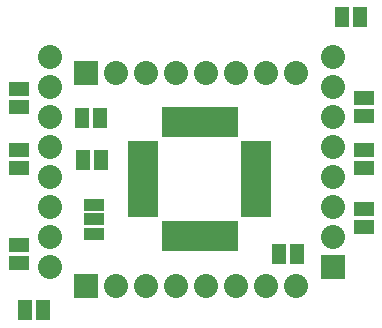
<source format=gts>
G04 (created by PCBNEW (2013-jul-07)-stable) date Mon 01 Feb 2016 05:42:25 PM PST*
%MOIN*%
G04 Gerber Fmt 3.4, Leading zero omitted, Abs format*
%FSLAX34Y34*%
G01*
G70*
G90*
G04 APERTURE LIST*
%ADD10C,0.00590551*%
%ADD11R,0.045X0.065*%
%ADD12R,0.065X0.045*%
%ADD13R,0.0987X0.0377*%
%ADD14R,0.0377X0.0987*%
%ADD15C,0.08*%
%ADD16R,0.08X0.08*%
%ADD17R,0.0712X0.0397*%
G04 APERTURE END LIST*
G54D10*
G54D11*
X50684Y-28248D03*
X51284Y-28248D03*
X40113Y-38031D03*
X40713Y-38031D03*
G54D12*
X39921Y-35841D03*
X39921Y-36441D03*
X39921Y-32692D03*
X39921Y-33292D03*
X51417Y-30959D03*
X51417Y-31559D03*
X39921Y-30644D03*
X39921Y-31244D03*
X51417Y-32692D03*
X51417Y-33292D03*
X51417Y-35260D03*
X51417Y-34660D03*
G54D11*
X42042Y-31633D03*
X42642Y-31633D03*
G54D13*
X44068Y-34754D03*
X44068Y-34439D03*
X44068Y-34124D03*
X44068Y-33809D03*
X44068Y-33494D03*
X44068Y-33179D03*
X44068Y-32864D03*
X44068Y-32549D03*
X47834Y-32551D03*
X47834Y-34761D03*
X47834Y-34441D03*
X47834Y-34121D03*
X47834Y-33811D03*
X47834Y-33491D03*
X47834Y-33181D03*
X47834Y-32861D03*
G54D14*
X44852Y-31761D03*
X45166Y-31761D03*
X45482Y-31761D03*
X45796Y-31761D03*
X46112Y-31761D03*
X46426Y-31761D03*
X46742Y-31761D03*
X47056Y-31761D03*
X44854Y-35541D03*
X45164Y-35541D03*
X45484Y-35541D03*
X45794Y-35541D03*
X46104Y-35541D03*
X46424Y-35541D03*
X46744Y-35541D03*
X47064Y-35541D03*
G54D15*
X40944Y-29569D03*
X40944Y-30569D03*
X40944Y-31569D03*
X40944Y-32569D03*
X40944Y-33569D03*
X40944Y-34569D03*
X40944Y-35569D03*
X40944Y-36569D03*
G54D16*
X50393Y-36569D03*
G54D15*
X50393Y-35569D03*
X50393Y-34569D03*
X50393Y-33569D03*
X50393Y-32569D03*
X50393Y-31569D03*
X50393Y-30569D03*
X50393Y-29569D03*
G54D11*
X48597Y-36161D03*
X49197Y-36161D03*
X42662Y-33011D03*
X42062Y-33011D03*
G54D16*
X42168Y-30117D03*
G54D15*
X43168Y-30117D03*
X44168Y-30117D03*
X45168Y-30117D03*
X46168Y-30117D03*
X47168Y-30117D03*
X48168Y-30117D03*
X49168Y-30117D03*
G54D16*
X42168Y-37205D03*
G54D15*
X43168Y-37205D03*
X44168Y-37205D03*
X45168Y-37205D03*
X46168Y-37205D03*
X47168Y-37205D03*
X48168Y-37205D03*
X49168Y-37205D03*
G54D17*
X42421Y-35000D03*
X42421Y-35472D03*
X42421Y-34528D03*
M02*

</source>
